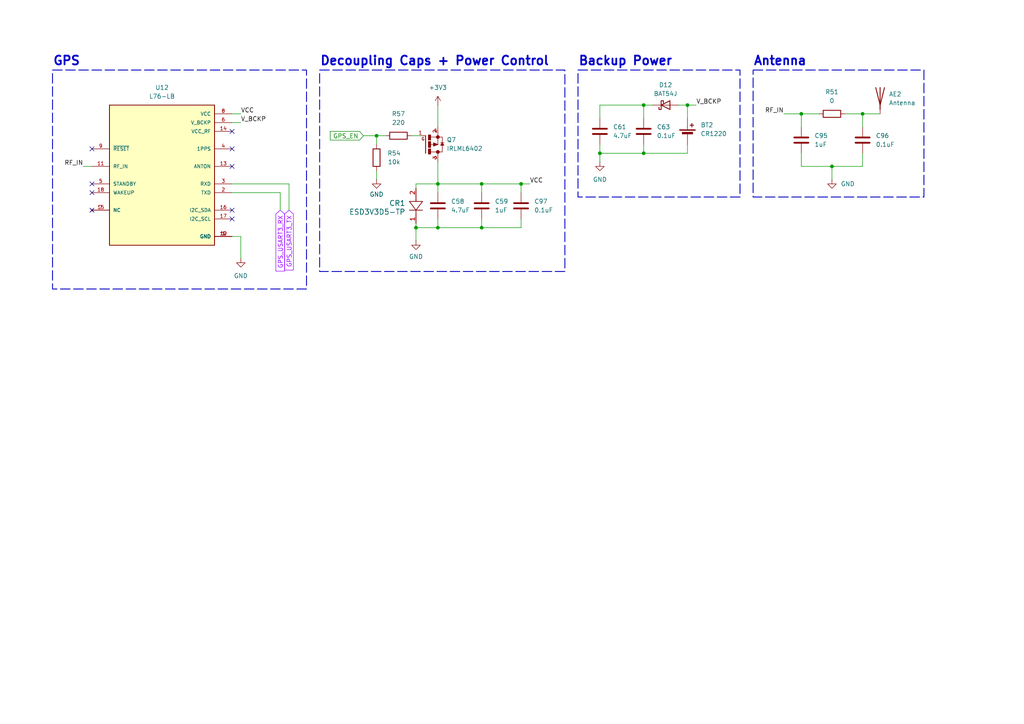
<source format=kicad_sch>
(kicad_sch (version 20250114) (generator "eeschema") (generator_version "9.0")
  (paper "A4")
  (title_block (title "HRVSTR") (date "2025-07-13") (rev "V1.0") (company "Smuggr"))
  (lib_symbols
    (symbol "Device:Antenna" (pin_numbers (hide yes)) (pin_names (offset 1.016) (hide yes))
      (property "Reference" "AE" (at -1.905 1.905 0))
      (property "Value" "Antenna" (at -1.905 0 0))
      (symbol "Antenna_0_1"
        (polyline (pts (xy 0 2.54) (xy 0 -3.81)) (stroke (width 0.254)))
        (polyline (pts (xy 1.27 2.54) (xy 0 -2.54) (xy -1.27 2.54)) (stroke (width 0.254)))
      )
      (symbol "Antenna_1_1"
        (pin input line (at 0 -5.08 90) (length 2.54) (name "A") (number "1"))
      )
    )
    (symbol "Device:Battery_Cell" (pin_numbers (hide yes)) (pin_names (offset 0) (hide yes))
      (property "Reference" "BT" (at 2.54 2.54 0))
      (property "Value" "Battery_Cell" (at 2.54 0 0))
      (symbol "Battery_Cell_0_1"
        (rectangle (start -2.286 1.778) (end 2.286 1.524) (fill (type outline)))
        (rectangle (start -1.524 1.016) (end 1.524 0.508) (fill (type outline)))
        (polyline (pts (xy 0 1.778) (xy 0 2.54)))
        (polyline (pts (xy 0 0.762) (xy 0 0)))
        (polyline (pts (xy 0.762 3.048) (xy 1.778 3.048)) (stroke (width 0.254)))
        (polyline (pts (xy 1.27 3.556) (xy 1.27 2.54)) (stroke (width 0.254)))
      )
      (symbol "Battery_Cell_1_1"
        (pin passive line (at 0 5.08 270) (length 2.54) (name "+") (number "1"))
        (pin passive line (at 0 -2.54 90) (length 2.54) (name "-") (number "2"))
      )
    )
    (symbol "Device:C" (pin_numbers (hide yes)) (pin_names (offset 0.254))
      (property "Reference" "C" (at 0.635 2.54 0))
      (property "Value" "C" (at 0.635 -2.54 0))
      (symbol "C_0_1"
        (polyline (pts (xy -2.032 0.762) (xy 2.032 0.762)) (stroke (width 0.508)))
        (polyline (pts (xy -2.032 -0.762) (xy 2.032 -0.762)) (stroke (width 0.508)))
      )
      (symbol "C_1_1"
        (pin passive line (at 0 3.81 270) (length 2.794) (name "~") (number "1"))
        (pin passive line (at 0 -3.81 90) (length 2.794) (name "~") (number "2"))
      )
    )
    (symbol "Device:R" (pin_numbers (hide yes)) (pin_names (offset 0))
      (property "Reference" "R" (at 2.032 0 90))
      (property "Value" "R" (at 0 0 90))
      (symbol "R_0_1"
        (rectangle (start -1.016 -2.54) (end 1.016 2.54) (stroke (width 0.254)))
      )
      (symbol "R_1_1"
        (pin passive line (at 0 3.81 270) (length 1.27) (name "~") (number "1"))
        (pin passive line (at 0 -3.81 90) (length 1.27) (name "~") (number "2"))
      )
    )
    (symbol "Diode:BAT54J" (pin_numbers (hide yes)) (pin_names (offset 1.016) (hide yes))
      (property "Reference" "D" (at 0 2.54 0))
      (property "Value" "BAT54J" (at 0 -2.54 0))
      (symbol "BAT54J_0_1"
        (polyline (pts (xy -1.905 0.635) (xy -1.905 1.27) (xy -1.27 1.27) (xy -1.27 -1.27) (xy -0.635 -1.27) (xy -0.635 -0.635)) (stroke (width 0.254)))
        (polyline (pts (xy 1.27 1.27) (xy 1.27 -1.27) (xy -1.27 0) (xy 1.27 1.27)) (stroke (width 0.254)))
        (polyline (pts (xy 1.27 0) (xy -1.27 0)))
      )
      (symbol "BAT54J_1_1"
        (pin passive line (at -3.81 0 0) (length 2.54) (name "K") (number "1"))
        (pin passive line (at 3.81 0 180) (length 2.54) (name "A") (number "2"))
      )
    )
    (symbol "IRLML6402:IRLML6402" (pin_names (offset 1.016))
      (property "Reference" "Q" (at 3.816 2.544 0))
      (property "Value" "IRLML6402" (at 3.8123 0 0))
      (symbol "IRLML6402_0_0"
        (polyline (pts (xy -3.556 2.54) (xy -5.08 2.54)) (stroke (width 0.1524)))
        (polyline (pts (xy -3.556 -2.54) (xy -3.556 2.54)) (stroke (width 0.254)))
        (rectangle (start -2.7992 1.2724) (end -2.032 2.794) (stroke (width 0.1)) (fill (type outline)))
        (rectangle (start -2.7955 -2.7955) (end -2.032 -1.27) (stroke (width 0.1)) (fill (type outline)))
        (rectangle (start -2.7947 -0.8892) (end -2.032 0.889) (stroke (width 0.1)) (fill (type outline)))
        (polyline (pts (xy -2.159 0) (xy 0 0)) (stroke (width 0.1524)))
        (polyline (pts (xy -2.032 -2.159) (xy 0 -2.159)) (stroke (width 0.1524)))
        (polyline (pts (xy 0 2.54) (xy 0 2.159)) (stroke (width 0.1524)))
        (circle (center 0 2.159) (radius 0.127) (stroke (width 0.4064)))
        (polyline (pts (xy 0 2.159) (xy -2.0066 2.159)) (stroke (width 0.1524)))
        (polyline (pts (xy 0 0) (xy 0 2.159)) (stroke (width 0.1524)))
        (polyline (pts (xy 0 0) (xy -1.27 0.508) (xy -1.27 -0.508) (xy 0 0)) (stroke (width 0.1524)) (fill (type outline)))
        (polyline (pts (xy 0 -2.159) (xy 0 -2.54)) (stroke (width 0.1524)))
        (circle (center 0 -2.159) (radius 0.127) (stroke (width 0.4064)))
        (polyline (pts (xy 0.762 0.508) (xy 1.27 0.508)) (stroke (width 0.1524)))
        (polyline (pts (xy 1.27 2.159) (xy 0 2.159)) (stroke (width 0.1524)))
        (polyline (pts (xy 1.27 0.508) (xy 1.27 2.159)) (stroke (width 0.1524)))
        (polyline (pts (xy 1.27 0.508) (xy 1.778 0.508)) (stroke (width 0.1524)))
        (polyline (pts (xy 1.27 0.508) (xy 0.762 -0.254) (xy 1.778 -0.254) (xy 1.27 0.508)) (stroke (width 0.1524)) (fill (type outline)))
        (polyline (pts (xy 1.27 -2.159) (xy 0 -2.159)) (stroke (width 0.1524)))
        (polyline (pts (xy 1.27 -2.159) (xy 1.27 -0.127)) (stroke (width 0.1524)))
        (text "G" (at -4.829 1.1437 0) (effects (font (size 0.8133 0.8133)) (justify left bottom)))
        (text "S" (at -1.1446 3.5611 0) (effects (font (size 0.814 0.814)) (justify left bottom)))
        (text "D" (at -1.1439 -4.3216 0) (effects (font (size 0.8135 0.8135)) (justify left bottom)))
        (pin passive line (at -5.08 2.54 0) (length 0) (name "~") (number "1"))
        (pin passive line (at 0 5.08 270) (length 2.54) (name "~") (number "2"))
        (pin passive line (at 0 -5.08 90) (length 2.54) (name "~") (number "3"))
      )
    )
    (symbol "L76-LB:L76-LB" (pin_names (offset 1.016))
      (property "Reference" "U" (at -15.24 21.082 0))
      (property "Value" "L76-LB" (at -15.24 -22.86 0))
      (symbol "L76-LB_0_0"
        (rectangle (start -15.24 -20.32) (end 15.24 20.32) (stroke (width 0.254)) (fill (type background)))
        (pin input line (at -20.32 7.62 0) (length 5.08) (name "~{RESET}") (number "9"))
        (pin input line (at -20.32 2.54 0) (length 5.08) (name "RF_IN") (number "11"))
        (pin input line (at -20.32 -2.54 0) (length 5.08) (name "STANDBY") (number "5"))
        (pin input line (at -20.32 -5.08 0) (length 5.08) (name "WAKEUP") (number "18"))
        (pin no_connect line (at -20.32 -10.16 0) (length 5.08) (name "NC") (number "15"))
        (pin no_connect line (at -20.32 -10.16 0) (length 5.08) (name "NC") (number "7"))
        (pin power_in line (at 20.32 17.78 180) (length 5.08) (name "VCC") (number "8"))
        (pin power_in line (at 20.32 15.24 180) (length 5.08) (name "V_BCKP") (number "6"))
        (pin power_in line (at 20.32 12.7 180) (length 5.08) (name "VCC_RF") (number "14"))
        (pin output line (at 20.32 7.62 180) (length 5.08) (name "1PPS") (number "4"))
        (pin output line (at 20.32 2.54 180) (length 5.08) (name "ANTON") (number "13"))
        (pin input line (at 20.32 -2.54 180) (length 5.08) (name "RXD") (number "3"))
        (pin output line (at 20.32 -5.08 180) (length 5.08) (name "TXD") (number "2"))
        (pin bidirectional line (at 20.32 -10.16 180) (length 5.08) (name "I2C_SDA") (number "16"))
        (pin bidirectional line (at 20.32 -12.7 180) (length 5.08) (name "I2C_SCL") (number "17"))
        (pin power_in line (at 20.32 -17.78 180) (length 5.08) (name "GND") (number "1"))
        (pin power_in line (at 20.32 -17.78 180) (length 5.08) (name "GND") (number "10"))
        (pin power_in line (at 20.32 -17.78 180) (length 5.08) (name "GND") (number "12"))
      )
    )
    (symbol "PESD3V3L1BA:PESD3V3L1BA_115" (pin_names (offset 0.254))
      (property "Reference" "CR" (at 5.08 4.445 0))
      (property "Value" "PESD3V3L1BA_115" (at 5.08 -3.81 0))
      (symbol "PESD3V3L1BA_115_1_1"
        (polyline (pts (xy 2.54 0) (xy 3.4798 0)) (stroke (width 0.2032)))
        (polyline (pts (xy 3.175 0) (xy 3.81 0)) (stroke (width 0.2032)))
        (polyline (pts (xy 3.81 1.905) (xy 3.81 -1.905)) (stroke (width 0.2032)))
        (polyline (pts (xy 3.81 -1.905) (xy 6.35 0)) (stroke (width 0.2032)))
        (polyline (pts (xy 6.35 0) (xy 3.81 1.905)) (stroke (width 0.2032)))
        (polyline (pts (xy 6.35 0) (xy 7.62 0)) (stroke (width 0.2032)))
        (polyline (pts (xy 6.35 -1.905) (xy 6.35 1.905)) (stroke (width 0.2032)))
        (pin unspecified line (at 0 0 0) (length 2.54) (name "") (number "2"))
        (pin unspecified line (at 10.16 0 180) (length 2.54) (name "") (number "1"))
      )
      (symbol "PESD3V3L1BA_115_1_2"
        (polyline (pts (xy -1.905 3.81) (xy 1.905 3.81)) (stroke (width 0.2032)))
        (polyline (pts (xy 0 6.35) (xy -1.905 3.81)) (stroke (width 0.2032)))
        (polyline (pts (xy 0 6.35) (xy 0 7.62)) (stroke (width 0.2032)))
        (polyline (pts (xy 0 3.175) (xy 0 3.81)) (stroke (width 0.2032)))
        (polyline (pts (xy 0 2.54) (xy 0 3.4798)) (stroke (width 0.2032)))
        (polyline (pts (xy 1.905 6.35) (xy -1.905 6.35)) (stroke (width 0.2032)))
        (polyline (pts (xy 1.905 3.81) (xy 0 6.35)) (stroke (width 0.2032)))
        (pin unspecified line (at 0 10.16 270) (length 2.54) (name "") (number "1"))
        (pin unspecified line (at 0 0 90) (length 2.54) (name "") (number "2"))
      )
    )
    (symbol "power:+3V3" (power) (pin_numbers (hide yes)) (pin_names (offset 0) (hide yes))
      (property "Value" "+3V3" (at 0 3.556 0))
      (symbol "+3V3_0_1"
        (polyline (pts (xy -0.762 1.27) (xy 0 2.54)))
        (polyline (pts (xy 0 2.54) (xy 0.762 1.27)))
        (polyline (pts (xy 0 0) (xy 0 2.54)))
      )
      (symbol "+3V3_1_1"
        (pin power_in line (at 0 0 90) (length 0) (name "~") (number "1"))
      )
    )
    (symbol "power:GND" (power) (pin_numbers (hide yes)) (pin_names (offset 0) (hide yes))
      (property "Value" "GND" (at 0 -3.81 0))
      (symbol "GND_0_1"
        (polyline (pts (xy 0 0) (xy 0 -1.27) (xy 1.27 -1.27) (xy 0 -2.54) (xy -1.27 -1.27) (xy 0 -1.27)))
      )
      (symbol "GND_1_1"
        (pin power_in line (at 0 0 270) (length 0) (name "~") (number "1"))
      )
    )
  )
  (rectangle (start 92.71 20.32) (end 163.83 78.74) (stroke (width 0.254) (type dash)))
  (rectangle (start 167.64 20.32) (end 214.63 57.15) (stroke (width 0.254) (type dash)))
  (rectangle (start 15.24 20.32) (end 88.9 83.82) (stroke (width 0.254) (type dash)))
  (rectangle (start 218.44 20.32) (end 267.97 57.15) (stroke (width 0.254) (type dash)))
  (text "Decoupling Caps + Power Control" (at 92.71 17.78 0) (effects (font (size 2.54 2.54) (thickness 0.508) (bold yes)) (justify left)))
  (text "GPS" (at 15.24 17.78 0) (effects (font (size 2.54 2.54) (thickness 0.508) (bold yes)) (justify left)))
  (text "Antenna" (at 218.44 17.78 0) (effects (font (size 2.54 2.54) (thickness 0.508) (bold yes)) (justify left)))
  (text "Backup Power" (at 167.64 17.78 0) (effects (font (size 2.54 2.54) (thickness 0.508) (bold yes)) (justify left)))
  (junction (at 127 66.04))
  (junction (at 120.65 66.04))
  (junction (at 127 53.34))
  (junction (at 109.22 39.37))
  (junction (at 173.99 44.45))
  (junction (at 232.41 33.02))
  (junction (at 139.7 66.04))
  (junction (at 241.3 48.26))
  (junction (at 186.69 44.45))
  (junction (at 199.39 30.48))
  (junction (at 250.19 33.02))
  (junction (at 186.69 30.48))
  (junction (at 139.7 53.34))
  (junction (at 151.13 53.34))
  (no_connect (at 67.31 60.96))
  (no_connect (at 26.67 55.88))
  (no_connect (at 67.31 48.26))
  (no_connect (at 67.31 43.18))
  (no_connect (at 67.31 63.5))
  (no_connect (at 26.67 43.18))
  (no_connect (at 26.67 60.96))
  (no_connect (at 67.31 38.1))
  (no_connect (at 26.67 53.34))
  (wire (pts (xy 173.99 41.91) (xy 173.99 44.45)))
  (wire (pts (xy 250.19 48.26) (xy 250.19 44.45)))
  (wire (pts (xy 173.99 30.48) (xy 173.99 34.29)))
  (wire (pts (xy 127 46.99) (xy 127 53.34)))
  (wire (pts (xy 151.13 53.34) (xy 139.7 53.34)))
  (wire (pts (xy 105.41 39.37) (xy 109.22 39.37)))
  (wire (pts (xy 139.7 63.5) (xy 139.7 66.04)))
  (wire (pts (xy 69.85 33.02) (xy 67.31 33.02)))
  (wire (pts (xy 67.31 53.34) (xy 83.82 53.34)))
  (wire (pts (xy 232.41 36.83) (xy 232.41 33.02)))
  (wire (pts (xy 127 53.34) (xy 139.7 53.34)))
  (wire (pts (xy 81.28 55.88) (xy 67.31 55.88)))
  (wire (pts (xy 250.19 36.83) (xy 250.19 33.02)))
  (wire (pts (xy 250.19 33.02) (xy 255.27 33.02)))
  (wire (pts (xy 241.3 52.07) (xy 241.3 48.26)))
  (wire (pts (xy 241.3 48.26) (xy 250.19 48.26)))
  (wire (pts (xy 151.13 66.04) (xy 139.7 66.04)))
  (wire (pts (xy 127 66.04) (xy 139.7 66.04)))
  (wire (pts (xy 173.99 44.45) (xy 173.99 46.99)))
  (wire (pts (xy 201.93 30.48) (xy 199.39 30.48)))
  (wire (pts (xy 173.99 30.48) (xy 186.69 30.48)))
  (wire (pts (xy 120.65 66.04) (xy 120.65 69.85)))
  (wire (pts (xy 119.38 39.37) (xy 121.92 39.37)))
  (wire (pts (xy 199.39 30.48) (xy 199.39 34.29)))
  (wire (pts (xy 109.22 39.37) (xy 109.22 41.91)))
  (wire (pts (xy 199.39 30.48) (xy 196.85 30.48)))
  (wire (pts (xy 227.33 33.02) (xy 232.41 33.02)))
  (wire (pts (xy 127 30.48) (xy 127 36.83)))
  (wire (pts (xy 199.39 44.45) (xy 186.69 44.45)))
  (wire (pts (xy 69.85 68.58) (xy 67.31 68.58)))
  (wire (pts (xy 232.41 48.26) (xy 241.3 48.26)))
  (wire (pts (xy 120.65 53.34) (xy 127 53.34)))
  (wire (pts (xy 250.19 33.02) (xy 245.11 33.02)))
  (wire (pts (xy 186.69 41.91) (xy 186.69 44.45)))
  (wire (pts (xy 83.82 53.34) (xy 83.82 60.96)))
  (wire (pts (xy 69.85 35.56) (xy 67.31 35.56)))
  (wire (pts (xy 153.67 53.34) (xy 151.13 53.34)))
  (wire (pts (xy 120.65 66.04) (xy 127 66.04)))
  (wire (pts (xy 127 63.5) (xy 127 66.04)))
  (wire (pts (xy 139.7 55.88) (xy 139.7 53.34)))
  (wire (pts (xy 186.69 30.48) (xy 186.69 34.29)))
  (wire (pts (xy 151.13 63.5) (xy 151.13 66.04)))
  (wire (pts (xy 81.28 60.96) (xy 81.28 55.88)))
  (wire (pts (xy 109.22 49.53) (xy 109.22 52.07)))
  (wire (pts (xy 151.13 55.88) (xy 151.13 53.34)))
  (wire (pts (xy 232.41 33.02) (xy 237.49 33.02)))
  (wire (pts (xy 120.65 54.61) (xy 120.65 53.34)))
  (wire (pts (xy 24.13 48.26) (xy 26.67 48.26)))
  (wire (pts (xy 199.39 41.91) (xy 199.39 44.45)))
  (wire (pts (xy 186.69 30.48) (xy 189.23 30.48)))
  (wire (pts (xy 127 55.88) (xy 127 53.34)))
  (wire (pts (xy 69.85 74.93) (xy 69.85 68.58)))
  (wire (pts (xy 173.99 44.45) (xy 186.69 44.45)))
  (wire (pts (xy 232.41 48.26) (xy 232.41 44.45)))
  (wire (pts (xy 120.65 64.77) (xy 120.65 66.04)))
  (wire (pts (xy 111.76 39.37) (xy 109.22 39.37)))
  (label "VCC" (at 69.85 33.02 0))
  (label "VCC" (at 153.67 53.34 0))
  (label "V_BCKP" (at 201.93 30.48 0))
  (label "RF_IN" (at 24.13 48.26 180))
  (label "V_BCKP" (at 69.85 35.56 0))
  (label "RF_IN" (at 227.33 33.02 180))
  (global_label "GPS_USART3_RX" (shape input) (at 81.28 60.96 270) (property "Intersheetrefs" "${INTERSHEET_REFS}" (effects (hide yes))))
  (global_label "GPS_EN" (shape input) (at 105.41 39.37 180) (property "Intersheetrefs" "${INTERSHEET_REFS}" (effects (hide yes))))
  (global_label "GPS_USART3_TX" (shape input) (at 83.82 60.96 270) (property "Intersheetrefs" "${INTERSHEET_REFS}" (effects (hide yes))))
  (symbol (lib_id "Device:R") (at 115.57 39.37 90) (unit 1)
    (property "Reference" "R57" (at 115.57 33.02 90))
    (property "Value" "220" (at 115.57 35.56 90))
    (property "Description" "Resistor" (effects (hide yes)))
  )
  (symbol (lib_id "power:GND") (at 241.3 52.07 0) (unit 1)
    (property "Reference" "#PWR091" (effects (hide yes)))
    (property "Value" "GND" (at 243.84 53.3399 0) (effects (justify left)))
    (property "Description" "Power symbol creates a global label with name \"GND\" , ground" (effects (hide yes)))
  )
  (symbol (lib_id "power:+3V3") (at 127 30.48 0) (unit 1)
    (property "Reference" "#PWR097" (effects (hide yes)))
    (property "Value" "+3V3" (at 127 25.4 0))
    (property "Description" "Power symbol creates a global label with name \"+3V3\"" (effects (hide yes)))
  )
  (symbol (lib_id "power:GND") (at 120.65 69.85 0) (unit 1)
    (property "Reference" "#PWR098" (effects (hide yes)))
    (property "Value" "GND" (at 120.65 74.422 0))
    (property "Description" "Power symbol creates a global label with name \"GND\" , ground" (effects (hide yes)))
  )
  (symbol (lib_id "Device:C") (at 232.41 40.64 0) (unit 1)
    (property "Reference" "C95" (at 236.22 39.3699 0) (effects (justify left)))
    (property "Value" "1uF" (at 236.22 41.9099 0) (effects (justify left)))
    (property "Description" "Unpolarized capacitor" (effects (hide yes)))
  )
  (symbol (lib_id "L76-LB:L76-LB") (at 46.99 50.8 0) (unit 1) (in_bom no)
    (property "Reference" "U12" (at 46.99 25.4 0))
    (property "Value" "L76-LB" (at 46.99 27.94 0))
    (property "Footprint" "L76-LB:XCVR_L76-LB" (effects (hide yes)))
    (property "MF" "Quectel" (effects (hide yes)))
    (property "MAXIMUM_PACKAGE_HEIGHT" "2.65 mm" (effects (hide yes)))
    (property "Package" "Custom Quectel" (effects (hide yes)))
    (property "Price" "None" (effects (hide yes)))
    (property "Check_prices" "https://www.snapeda.com/parts/L76-LB/Quectel/view-part/?ref=eda" (effects (hide yes)))
    (property "STANDARD" "Manufacturer Recommendations" (effects (hide yes)))
    (property "PARTREV" "3.2" (effects (hide yes)))
    (property "SnapEDA_Link" "https://www.snapeda.com/parts/L76-LB/Quectel/view-part/?ref=snap" (effects (hide yes)))
    (property "MP" "L76-LB" (effects (hide yes)))
    (property "Description_1" "GNSS module supports concurrent reception of GPS, GLONASS, BeiDou and QZSS" (effects (hide yes)))
    (property "MANUFACTURER" "Quectel" (effects (hide yes)))
    (property "Availability" "Not in stock" (effects (hide yes)))
    (property "SNAPEDA_PN" "L76-LB" (effects (hide yes)))
  )
  (symbol (lib_id "Device:Antenna") (at 255.27 27.94 0) (unit 1)
    (property "Reference" "AE2" (at 257.81 27.3049 0) (effects (justify left)))
    (property "Value" "Antenna" (at 257.81 29.8449 0) (effects (justify left)))
    (property "Description" "Antenna" (effects (hide yes)))
  )
  (symbol (lib_id "power:GND") (at 109.22 52.07 0) (unit 1)
    (property "Reference" "#PWR092" (effects (hide yes)))
    (property "Value" "GND" (at 109.22 56.388 0))
    (property "Description" "Power symbol creates a global label with name \"GND\" , ground" (effects (hide yes)))
  )
  (symbol (lib_id "Device:R") (at 109.22 45.72 0) (unit 1)
    (property "Reference" "R54" (at 114.3 44.45 0))
    (property "Value" "10k" (at 114.3 46.99 0))
    (property "Description" "Resistor" (effects (hide yes)))
  )
  (symbol (lib_id "Device:C") (at 151.13 59.69 0) (unit 1)
    (property "Reference" "C97" (at 154.94 58.4199 0) (effects (justify left)))
    (property "Value" "0.1uF" (at 154.94 60.9599 0) (effects (justify left)))
    (property "Description" "Unpolarized capacitor" (effects (hide yes)))
  )
  (symbol (lib_id "Device:C") (at 186.69 38.1 0) (unit 1)
    (property "Reference" "C63" (at 190.5 36.8299 0) (effects (justify left)))
    (property "Value" "0.1uF" (at 190.5 39.3699 0) (effects (justify left)))
    (property "Description" "Unpolarized capacitor" (effects (hide yes)))
  )
  (symbol (lib_id "Device:Battery_Cell") (at 199.39 39.37 0) (unit 1)
    (property "Reference" "BT2" (at 203.2 36.2584 0) (effects (justify left)))
    (property "Value" "CR1220" (at 203.2 38.7984 0) (effects (justify left)))
    (property "Description" "Single-cell battery" (effects (hide yes)))
  )
  (symbol (lib_id "Device:C") (at 139.7 59.69 0) (unit 1)
    (property "Reference" "C59" (at 143.51 58.4199 0) (effects (justify left)))
    (property "Value" "1uF" (at 143.51 60.9599 0) (effects (justify left)))
    (property "Description" "Unpolarized capacitor" (effects (hide yes)))
  )
  (symbol (lib_id "Diode:BAT54J") (at 193.04 30.48 0) (mirror x) (unit 1)
    (property "Reference" "D12" (at 193.04 24.638 0))
    (property "Value" "BAT54J" (at 193.04 27.178 0))
    (property "Footprint" "Diode_SMD:D_SOD-323F" (effects (hide yes)))
    (property "Datasheet" "https://assets.nexperia.com/documents/data-sheet/BAT54J.pdf" (effects (hide yes)))
    (property "Description" "30V 200mA Schottky diode, SOD-323F" (effects (hide yes)))
  )
  (symbol (lib_id "Device:C") (at 250.19 40.64 0) (unit 1)
    (property "Reference" "C96" (at 254 39.3699 0) (effects (justify left)))
    (property "Value" "0.1uF" (at 254 41.9099 0) (effects (justify left)))
    (property "Description" "Unpolarized capacitor" (effects (hide yes)))
  )
  (symbol (lib_id "Device:C") (at 173.99 38.1 0) (unit 1)
    (property "Reference" "C61" (at 177.8 36.8299 0) (effects (justify left)))
    (property "Value" "4.7uF" (at 177.8 39.3699 0) (effects (justify left)))
    (property "Description" "Unpolarized capacitor" (effects (hide yes)))
  )
  (symbol (lib_id "Device:R") (at 241.3 33.02 90) (unit 1)
    (property "Reference" "R51" (at 241.3 26.67 90))
    (property "Value" "0" (at 241.3 29.21 90))
    (property "Description" "Resistor" (effects (hide yes)))
  )
  (symbol (lib_id "IRLML6402:IRLML6402") (at 127 41.91 0) (unit 1)
    (property "Reference" "Q7" (at 129.54 40.5555 0) (effects (justify left)))
    (property "Value" "IRLML6402" (at 129.54 43.0955 0) (effects (justify left)))
    (property "Footprint" "IRLML6402:SOT23" (effects (hide yes)))
    (property "MF" "Infineon Technologies" (effects (hide yes)))
    (property "Description_1" "P-Channel 20 V 3.7A (Ta) 1.3W (Ta) Surface Mount Micro3â„¢ /SOT-23" (effects (hide yes)))
    (property "Package" "SOT-23-3 ON Semiconductor" (effects (hide yes)))
    (property "Price" "None" (effects (hide yes)))
    (property "SnapEDA_Link" "https://www.snapeda.com/parts/IRLML6402/Infineon/view-part/?ref=snap" (effects (hide yes)))
    (property "MP" "IRLML6402" (effects (hide yes)))
    (property "Availability" "In Stock" (effects (hide yes)))
    (property "Check_prices" "https://www.snapeda.com/parts/IRLML6402/Infineon/view-part/?ref=eda" (effects (hide yes)))
  )
  (symbol (lib_id "power:GND") (at 173.99 46.99 0) (unit 1)
    (property "Reference" "#PWR0108" (effects (hide yes)))
    (property "Value" "GND" (at 173.99 52.07 0))
    (property "Description" "Power symbol creates a global label with name \"GND\" , ground" (effects (hide yes)))
  )
  (symbol (lib_id "power:GND") (at 69.85 74.93 0) (unit 1)
    (property "Reference" "#PWR0104" (effects (hide yes)))
    (property "Value" "GND" (at 69.85 80.01 0))
    (property "Description" "Power symbol creates a global label with name \"GND\" , ground" (effects (hide yes)))
  )
  (symbol (lib_id "PESD3V3L1BA:PESD3V3L1BA_115") (at 120.65 54.61 90) (mirror x) (unit 1)
    (property "Reference" "CR1" (at 117.602 58.928 90) (effects (font (size 1.524 1.524)) (justify left)))
    (property "Value" "ESD3V3D5-TP" (at 117.602 61.468 90) (effects (font (size 1.524 1.524)) (justify left)))
    (property "Footprint" "DIODE_PESD3V3L1BA_115_NEX" (effects (hide yes)))
    (property "Datasheet" "PESD3V3L1BA_115" (effects (hide yes)))
  )
  (symbol (lib_id "Device:C") (at 127 59.69 0) (unit 1)
    (property "Reference" "C58" (at 130.81 58.4199 0) (effects (justify left)))
    (property "Value" "4.7uF" (at 130.81 60.9599 0) (effects (justify left)))
    (property "Description" "Unpolarized capacitor" (effects (hide yes)))
  )
)
</source>
